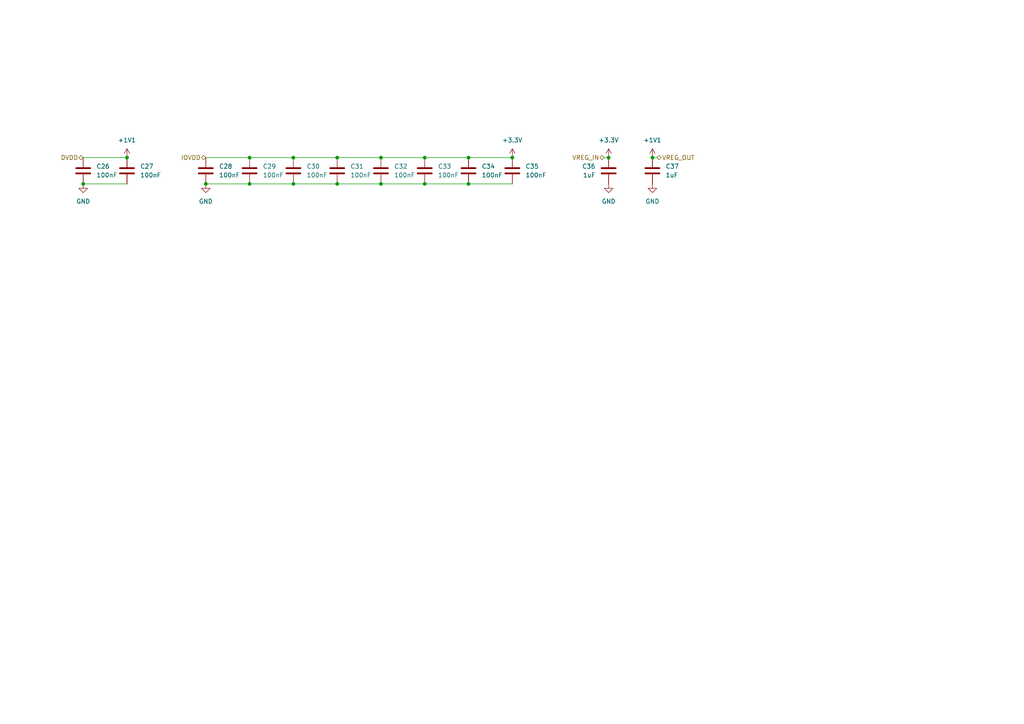
<source format=kicad_sch>
(kicad_sch (version 20250114) (generator "eeschema") (generator_version "9.0")
  (paper "A4")
  (lib_symbols
    (symbol "Device:C" (pin_numbers (hide yes)) (pin_names (offset 0.254))
      (property "Reference" "C" (at 0.635 2.54 0))
      (property "Value" "C" (at 0.635 -2.54 0))
      (symbol "C_0_1"
        (polyline (pts (xy -2.032 0.762) (xy 2.032 0.762)) (stroke (width 0.508)))
        (polyline (pts (xy -2.032 -0.762) (xy 2.032 -0.762)) (stroke (width 0.508)))
      )
      (symbol "C_1_1"
        (pin passive line (at 0 3.81 270) (length 2.794) (name "~") (number "1"))
        (pin passive line (at 0 -3.81 90) (length 2.794) (name "~") (number "2"))
      )
    )
    (symbol "power:+1V1" (power) (pin_numbers (hide yes)) (pin_names (offset 0) (hide yes))
      (property "Value" "+1V1" (at 0 3.556 0))
      (symbol "+1V1_0_1"
        (polyline (pts (xy -0.762 1.27) (xy 0 2.54)))
        (polyline (pts (xy 0 2.54) (xy 0.762 1.27)))
        (polyline (pts (xy 0 0) (xy 0 2.54)))
      )
      (symbol "+1V1_1_1"
        (pin power_in line (at 0 0 90) (length 0) (name "~") (number "1"))
      )
    )
    (symbol "power:+3.3V" (power) (pin_numbers (hide yes)) (pin_names (offset 0) (hide yes))
      (property "Value" "+3.3V" (at 0 3.556 0))
      (symbol "+3.3V_0_1"
        (polyline (pts (xy -0.762 1.27) (xy 0 2.54)))
        (polyline (pts (xy 0 2.54) (xy 0.762 1.27)))
        (polyline (pts (xy 0 0) (xy 0 2.54)))
      )
      (symbol "+3.3V_1_1"
        (pin power_in line (at 0 0 90) (length 0) (name "~") (number "1"))
      )
    )
    (symbol "power:GND" (power) (pin_numbers (hide yes)) (pin_names (offset 0) (hide yes))
      (property "Value" "GND" (at 0 -3.81 0))
      (symbol "GND_0_1"
        (polyline (pts (xy 0 0) (xy 0 -1.27) (xy 1.27 -1.27) (xy 0 -2.54) (xy -1.27 -1.27) (xy 0 -1.27)))
      )
      (symbol "GND_1_1"
        (pin power_in line (at 0 0 270) (length 0) (name "~") (number "1"))
      )
    )
  )
  (junction (at 148.59 45.72))
  (junction (at 189.23 45.72))
  (junction (at 85.09 45.72))
  (junction (at 36.83 45.72))
  (junction (at 85.09 53.34))
  (junction (at 97.79 45.72))
  (junction (at 123.19 45.72))
  (junction (at 176.53 45.72))
  (junction (at 123.19 53.34))
  (junction (at 135.89 53.34))
  (junction (at 110.49 53.34))
  (junction (at 110.49 45.72))
  (junction (at 72.39 53.34))
  (junction (at 97.79 53.34))
  (junction (at 24.13 53.34))
  (junction (at 59.69 53.34))
  (junction (at 72.39 45.72))
  (junction (at 135.89 45.72))
  (wire (pts (xy 59.69 45.72) (xy 72.39 45.72)))
  (wire (pts (xy 110.49 53.34) (xy 123.19 53.34)))
  (wire (pts (xy 190.5 45.72) (xy 189.23 45.72)))
  (wire (pts (xy 24.13 53.34) (xy 36.83 53.34)))
  (wire (pts (xy 97.79 53.34) (xy 110.49 53.34)))
  (wire (pts (xy 123.19 53.34) (xy 135.89 53.34)))
  (wire (pts (xy 110.49 45.72) (xy 123.19 45.72)))
  (wire (pts (xy 175.26 45.72) (xy 176.53 45.72)))
  (wire (pts (xy 135.89 53.34) (xy 148.59 53.34)))
  (wire (pts (xy 85.09 45.72) (xy 97.79 45.72)))
  (wire (pts (xy 97.79 45.72) (xy 110.49 45.72)))
  (wire (pts (xy 123.19 45.72) (xy 135.89 45.72)))
  (wire (pts (xy 72.39 53.34) (xy 85.09 53.34)))
  (wire (pts (xy 148.59 45.72) (xy 135.89 45.72)))
  (wire (pts (xy 59.69 53.34) (xy 72.39 53.34)))
  (wire (pts (xy 85.09 53.34) (xy 97.79 53.34)))
  (wire (pts (xy 24.13 45.72) (xy 36.83 45.72)))
  (wire (pts (xy 72.39 45.72) (xy 85.09 45.72)))
  (hierarchical_label "VREG_IN" (shape bidirectional) (at 175.26 45.72 180))
  (hierarchical_label "DVDD" (shape bidirectional) (at 24.13 45.72 180))
  (hierarchical_label "VREG_OUT" (shape bidirectional) (at 190.5 45.72 0))
  (hierarchical_label "IOVDD" (shape bidirectional) (at 59.69 45.72 180))
  (symbol (lib_id "Device:C") (at 36.83 49.53 0) (unit 1)
    (property "Reference" "C27" (at 40.64 48.2599 0) (effects (justify left)))
    (property "Value" "100nF" (at 40.64 50.7999 0) (effects (justify left)))
    (property "Footprint" "Capacitor_SMD:C_0402_1005Metric" (effects (hide yes)))
    (property "Description" "Unpolarized capacitor" (effects (hide yes)))
    (property "LCSC" "C960916" (effects (hide yes)))
  )
  (symbol (lib_id "Device:C") (at 24.13 49.53 0) (unit 1)
    (property "Reference" "C26" (at 27.94 48.2599 0) (effects (justify left)))
    (property "Value" "100nF" (at 27.94 50.7999 0) (effects (justify left)))
    (property "Footprint" "Capacitor_SMD:C_0402_1005Metric" (effects (hide yes)))
    (property "Description" "Unpolarized capacitor" (effects (hide yes)))
    (property "LCSC" "C960916" (effects (hide yes)))
  )
  (symbol (lib_id "Device:C") (at 97.79 49.53 0) (unit 1)
    (property "Reference" "C31" (at 101.6 48.2599 0) (effects (justify left)))
    (property "Value" "100nF" (at 101.6 50.7999 0) (effects (justify left)))
    (property "Footprint" "Capacitor_SMD:C_0402_1005Metric" (effects (hide yes)))
    (property "Description" "Unpolarized capacitor" (effects (hide yes)))
    (property "LCSC" "C960916" (effects (hide yes)))
  )
  (symbol (lib_id "power:GND") (at 189.23 53.34 0) (mirror y) (unit 1)
    (property "Reference" "#PWR055" (effects (hide yes)))
    (property "Value" "GND" (at 189.23 58.42 0))
    (property "Description" "Power symbol creates a global label with name \"GND\" , ground" (effects (hide yes)))
  )
  (symbol (lib_id "Device:C") (at 189.23 49.53 0) (mirror y) (unit 1)
    (property "Reference" "C37" (at 193.04 48.2599 0) (effects (justify right)))
    (property "Value" "1uF" (at 193.04 50.7999 0) (effects (justify right)))
    (property "Footprint" "Capacitor_SMD:C_0402_1005Metric" (effects (hide yes)))
    (property "Description" "Unpolarized capacitor" (effects (hide yes)))
    (property "LCSC" "C1518208" (effects (hide yes)))
  )
  (symbol (lib_id "power:+1V1") (at 189.23 45.72 0) (mirror y) (unit 1)
    (property "Reference" "#PWR054" (effects (hide yes)))
    (property "Value" "+1V1" (at 189.23 40.64 0))
    (property "Description" "Power symbol creates a global label with name \"+1V1\"" (effects (hide yes)))
  )
  (symbol (lib_id "power:+3.3V") (at 148.59 45.72 0) (unit 1)
    (property "Reference" "#PWR051" (effects (hide yes)))
    (property "Value" "+3.3V" (at 148.59 40.64 0))
    (property "Description" "Power symbol creates a global label with name \"+3.3V\"" (effects (hide yes)))
  )
  (symbol (lib_id "Device:C") (at 135.89 49.53 0) (unit 1)
    (property "Reference" "C34" (at 139.7 48.2599 0) (effects (justify left)))
    (property "Value" "100nF" (at 139.7 50.7999 0) (effects (justify left)))
    (property "Footprint" "Capacitor_SMD:C_0402_1005Metric" (effects (hide yes)))
    (property "Description" "Unpolarized capacitor" (effects (hide yes)))
    (property "LCSC" "C960916" (effects (hide yes)))
  )
  (symbol (lib_id "Device:C") (at 148.59 49.53 0) (unit 1)
    (property "Reference" "C35" (at 152.4 48.2599 0) (effects (justify left)))
    (property "Value" "100nF" (at 152.4 50.7999 0) (effects (justify left)))
    (property "Footprint" "Capacitor_SMD:C_0402_1005Metric" (effects (hide yes)))
    (property "Description" "Unpolarized capacitor" (effects (hide yes)))
    (property "LCSC" "C960916" (effects (hide yes)))
  )
  (symbol (lib_id "Device:C") (at 176.53 49.53 0) (mirror y) (unit 1)
    (property "Reference" "C36" (at 172.72 48.2599 0) (effects (justify left)))
    (property "Value" "1uF" (at 172.72 50.7999 0) (effects (justify left)))
    (property "Footprint" "Capacitor_SMD:C_0402_1005Metric" (effects (hide yes)))
    (property "Description" "Unpolarized capacitor" (effects (hide yes)))
    (property "LCSC" "C1518208" (effects (hide yes)))
  )
  (symbol (lib_id "Device:C") (at 59.69 49.53 0) (unit 1)
    (property "Reference" "C28" (at 63.5 48.2599 0) (effects (justify left)))
    (property "Value" "100nF" (at 63.5 50.7999 0) (effects (justify left)))
    (property "Footprint" "Capacitor_SMD:C_0402_1005Metric" (effects (hide yes)))
    (property "Description" "Unpolarized capacitor" (effects (hide yes)))
    (property "LCSC" "C960916" (effects (hide yes)))
  )
  (symbol (lib_id "power:GND") (at 24.13 53.34 0) (unit 1)
    (property "Reference" "#PWR048" (effects (hide yes)))
    (property "Value" "GND" (at 24.13 58.42 0))
    (property "Description" "Power symbol creates a global label with name \"GND\" , ground" (effects (hide yes)))
  )
  (symbol (lib_id "power:GND") (at 176.53 53.34 0) (mirror y) (unit 1)
    (property "Reference" "#PWR053" (effects (hide yes)))
    (property "Value" "GND" (at 176.53 58.42 0))
    (property "Description" "Power symbol creates a global label with name \"GND\" , ground" (effects (hide yes)))
  )
  (symbol (lib_id "power:+1V1") (at 36.83 45.72 0) (unit 1)
    (property "Reference" "#PWR049" (effects (hide yes)))
    (property "Value" "+1V1" (at 36.83 40.64 0))
    (property "Description" "Power symbol creates a global label with name \"+1V1\"" (effects (hide yes)))
  )
  (symbol (lib_id "power:+3.3V") (at 176.53 45.72 0) (mirror y) (unit 1)
    (property "Reference" "#PWR052" (effects (hide yes)))
    (property "Value" "+3.3V" (at 176.53 40.64 0))
    (property "Description" "Power symbol creates a global label with name \"+3.3V\"" (effects (hide yes)))
  )
  (symbol (lib_id "Device:C") (at 123.19 49.53 0) (unit 1)
    (property "Reference" "C33" (at 127 48.2599 0) (effects (justify left)))
    (property "Value" "100nF" (at 127 50.7999 0) (effects (justify left)))
    (property "Footprint" "Capacitor_SMD:C_0402_1005Metric" (effects (hide yes)))
    (property "Description" "Unpolarized capacitor" (effects (hide yes)))
    (property "LCSC" "C960916" (effects (hide yes)))
  )
  (symbol (lib_id "Device:C") (at 85.09 49.53 0) (unit 1)
    (property "Reference" "C30" (at 88.9 48.2599 0) (effects (justify left)))
    (property "Value" "100nF" (at 88.9 50.7999 0) (effects (justify left)))
    (property "Footprint" "Capacitor_SMD:C_0402_1005Metric" (effects (hide yes)))
    (property "Description" "Unpolarized capacitor" (effects (hide yes)))
    (property "LCSC" "C960916" (effects (hide yes)))
  )
  (symbol (lib_id "Device:C") (at 110.49 49.53 0) (unit 1)
    (property "Reference" "C32" (at 114.3 48.2599 0) (effects (justify left)))
    (property "Value" "100nF" (at 114.3 50.7999 0) (effects (justify left)))
    (property "Footprint" "Capacitor_SMD:C_0402_1005Metric" (effects (hide yes)))
    (property "Description" "Unpolarized capacitor" (effects (hide yes)))
    (property "LCSC" "C960916" (effects (hide yes)))
  )
  (symbol (lib_id "power:GND") (at 59.69 53.34 0) (unit 1)
    (property "Reference" "#PWR050" (effects (hide yes)))
    (property "Value" "GND" (at 59.69 58.42 0))
    (property "Description" "Power symbol creates a global label with name \"GND\" , ground" (effects (hide yes)))
  )
  (symbol (lib_id "Device:C") (at 72.39 49.53 0) (unit 1)
    (property "Reference" "C29" (at 76.2 48.2599 0) (effects (justify left)))
    (property "Value" "100nF" (at 76.2 50.7999 0) (effects (justify left)))
    (property "Footprint" "Capacitor_SMD:C_0402_1005Metric" (effects (hide yes)))
    (property "Description" "Unpolarized capacitor" (effects (hide yes)))
    (property "LCSC" "C960916" (effects (hide yes)))
  )
)
</source>
